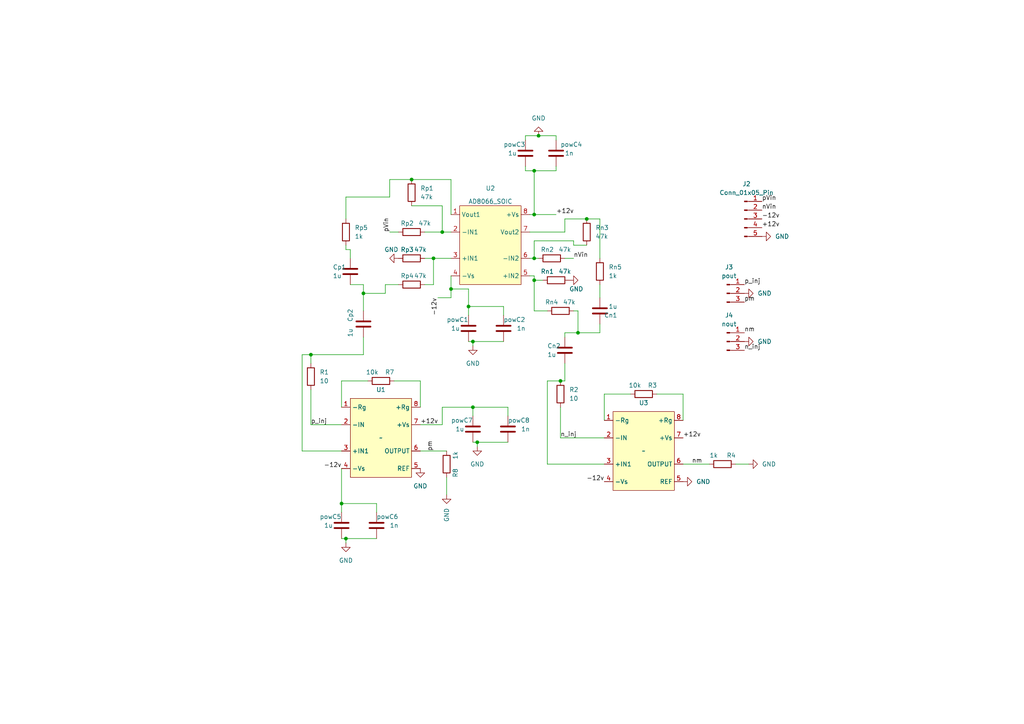
<source format=kicad_sch>
(kicad_sch (version 20230121) (generator eeschema)
  (paper "A4")
  (lib_symbols
    (symbol "AD8132:AD623"
      (property "Reference" "U" (at 0 0 0))
      (symbol "AD623_1_1"
        (rectangle (start -8.89 11.43) (end 8.89 -11.43) (fill (type background)))
        (pin bidirectional line (at -11.43 8.89 0) (length 2.54) (name "-Rg") (number "1"))
        (pin bidirectional line (at -11.43 3.81 0) (length 2.54) (name "-IN") (number "2"))
        (pin bidirectional line (at -11.43 -3.81 0) (length 2.54) (name "+IN1") (number "3"))
        (pin bidirectional line (at -11.43 -8.89 0) (length 2.54) (name "-Vs") (number "4"))
        (pin bidirectional line (at 11.43 -8.89 180) (length 2.54) (name "REF") (number "5"))
        (pin bidirectional line (at 11.43 -3.81 180) (length 2.54) (name "OUTPUT") (number "6"))
        (pin bidirectional line (at 11.43 3.81 180) (length 2.54) (name "+Vs") (number "7"))
        (pin bidirectional line (at 11.43 8.89 180) (length 2.54) (name "+Rg") (number "8"))
      )
    )
    (symbol "AD8132:AD8066_SOIC"
      (property "Reference" "U" (at 0 10.16 0))
      (property "Value" "AD8066_SOIC" (at 1.27 11.43 0))
      (symbol "AD8066_SOIC_1_1"
        (rectangle (start -8.89 8.89) (end 8.89 -13.97) (fill (type background)))
        (pin bidirectional line (at -11.43 6.35 0) (length 2.54) (name "Vout1") (number "1"))
        (pin bidirectional line (at -11.43 1.27 0) (length 2.54) (name "-IN1") (number "2"))
        (pin bidirectional line (at -11.43 -6.35 0) (length 2.54) (name "+IN1") (number "3"))
        (pin bidirectional line (at -11.43 -11.43 0) (length 2.54) (name "-Vs") (number "4"))
        (pin bidirectional line (at 11.43 -11.43 180) (length 2.54) (name "+IN2") (number "5"))
        (pin bidirectional line (at 11.43 -6.35 180) (length 2.54) (name "-IN2") (number "6"))
        (pin bidirectional line (at 11.43 1.27 180) (length 2.54) (name "Vout2") (number "7"))
        (pin bidirectional line (at 11.43 6.35 180) (length 2.54) (name "+Vs") (number "8"))
      )
    )
    (symbol "Connector:Conn_01x03_Pin" (pin_names (offset 1.016) hide)
      (property "Reference" "J" (at 0 5.08 0))
      (property "Value" "Conn_01x03_Pin" (at 0 -5.08 0))
      (symbol "Conn_01x03_Pin_1_1"
        (polyline (pts (xy 1.27 -2.54) (xy 0.8636 -2.54)) (stroke (width 0.1524)))
        (polyline (pts (xy 1.27 0) (xy 0.8636 0)) (stroke (width 0.1524)))
        (polyline (pts (xy 1.27 2.54) (xy 0.8636 2.54)) (stroke (width 0.1524)))
        (rectangle (start 0.8636 -2.413) (end 0 -2.667) (stroke (width 0.1524)) (fill (type outline)))
        (rectangle (start 0.8636 0.127) (end 0 -0.127) (stroke (width 0.1524)) (fill (type outline)))
        (rectangle (start 0.8636 2.667) (end 0 2.413) (stroke (width 0.1524)) (fill (type outline)))
        (pin passive line (at 5.08 2.54 180) (length 3.81) (name "Pin_1") (number "1"))
        (pin passive line (at 5.08 0 180) (length 3.81) (name "Pin_2") (number "2"))
        (pin passive line (at 5.08 -2.54 180) (length 3.81) (name "Pin_3") (number "3"))
      )
    )
    (symbol "Connector:Conn_01x05_Pin" (pin_names (offset 1.016) hide)
      (property "Reference" "J" (at 0 7.62 0))
      (property "Value" "Conn_01x05_Pin" (at 0 -7.62 0))
      (symbol "Conn_01x05_Pin_1_1"
        (polyline (pts (xy 1.27 -5.08) (xy 0.8636 -5.08)) (stroke (width 0.1524)))
        (polyline (pts (xy 1.27 -2.54) (xy 0.8636 -2.54)) (stroke (width 0.1524)))
        (polyline (pts (xy 1.27 0) (xy 0.8636 0)) (stroke (width 0.1524)))
        (polyline (pts (xy 1.27 2.54) (xy 0.8636 2.54)) (stroke (width 0.1524)))
        (polyline (pts (xy 1.27 5.08) (xy 0.8636 5.08)) (stroke (width 0.1524)))
        (rectangle (start 0.8636 -4.953) (end 0 -5.207) (stroke (width 0.1524)) (fill (type outline)))
        (rectangle (start 0.8636 -2.413) (end 0 -2.667) (stroke (width 0.1524)) (fill (type outline)))
        (rectangle (start 0.8636 0.127) (end 0 -0.127) (stroke (width 0.1524)) (fill (type outline)))
        (rectangle (start 0.8636 2.667) (end 0 2.413) (stroke (width 0.1524)) (fill (type outline)))
        (rectangle (start 0.8636 5.207) (end 0 4.953) (stroke (width 0.1524)) (fill (type outline)))
        (pin passive line (at 5.08 5.08 180) (length 3.81) (name "Pin_1") (number "1"))
        (pin passive line (at 5.08 2.54 180) (length 3.81) (name "Pin_2") (number "2"))
        (pin passive line (at 5.08 0 180) (length 3.81) (name "Pin_3") (number "3"))
        (pin passive line (at 5.08 -2.54 180) (length 3.81) (name "Pin_4") (number "4"))
        (pin passive line (at 5.08 -5.08 180) (length 3.81) (name "Pin_5") (number "5"))
      )
    )
    (symbol "Device:C" (pin_numbers hide) (pin_names (offset 0.254))
      (property "Reference" "C" (at 0.635 2.54 0))
      (property "Value" "C" (at 0.635 -2.54 0))
      (symbol "C_0_1"
        (polyline (pts (xy -2.032 -0.762) (xy 2.032 -0.762)) (stroke (width 0.508)))
        (polyline (pts (xy -2.032 0.762) (xy 2.032 0.762)) (stroke (width 0.508)))
      )
      (symbol "C_1_1"
        (pin passive line (at 0 3.81 270) (length 2.794) (name "~") (number "1"))
        (pin passive line (at 0 -3.81 90) (length 2.794) (name "~") (number "2"))
      )
    )
    (symbol "Device:R" (pin_numbers hide) (pin_names (offset 0))
      (property "Reference" "R" (at 2.032 0 90))
      (property "Value" "R" (at 0 0 90))
      (symbol "R_0_1"
        (rectangle (start -1.016 -2.54) (end 1.016 2.54) (stroke (width 0.254)))
      )
      (symbol "R_1_1"
        (pin passive line (at 0 3.81 270) (length 1.27) (name "~") (number "1"))
        (pin passive line (at 0 -3.81 90) (length 1.27) (name "~") (number "2"))
      )
    )
    (symbol "power:GND" (power) (pin_names (offset 0))
      (property "Value" "GND" (at 0 -3.81 0))
      (symbol "GND_0_1"
        (polyline (pts (xy 0 0) (xy 0 -1.27) (xy 1.27 -1.27) (xy 0 -2.54) (xy -1.27 -1.27) (xy 0 -1.27)))
      )
      (symbol "GND_1_1"
        (pin power_in line (at 0 0 270) (length 0) hide (name "GND") (number "1"))
      )
    )
  )
  (junction (at 170.18 63.5))
  (junction (at 90.17 102.87))
  (junction (at 138.43 128.27))
  (junction (at 100.33 156.21))
  (junction (at 154.94 74.93))
  (junction (at 154.94 81.28))
  (junction (at 156.21 39.37))
  (junction (at 154.94 62.23))
  (junction (at 167.64 96.52))
  (junction (at 137.16 118.11))
  (junction (at 128.27 67.31))
  (junction (at 99.06 146.05))
  (junction (at 119.38 52.07))
  (junction (at 137.16 99.06))
  (junction (at 130.81 83.82))
  (junction (at 154.94 49.53))
  (junction (at 105.41 85.09))
  (junction (at 162.56 110.49))
  (junction (at 135.89 88.9))
  (junction (at 125.73 74.93))
  (wire (pts (xy 152.4 39.37) (xy 152.4 40.64)))
  (wire (pts (xy 135.89 88.9) (xy 146.05 88.9)))
  (wire (pts (xy 135.89 88.9) (xy 135.89 83.82)))
  (wire (pts (xy 113.03 67.31) (xy 115.57 67.31)))
  (wire (pts (xy 128.27 123.19) (xy 128.27 118.11)))
  (wire (pts (xy 121.92 110.49) (xy 121.92 118.11)))
  (wire (pts (xy 90.17 113.03) (xy 90.17 123.19)))
  (wire (pts (xy 154.94 81.28) (xy 157.48 81.28)))
  (wire (pts (xy 135.89 99.06) (xy 137.16 99.06)))
  (wire (pts (xy 154.94 49.53) (xy 154.94 62.23)))
  (wire (pts (xy 99.06 148.59) (xy 99.06 146.05)))
  (wire (pts (xy 153.67 67.31) (xy 163.83 67.31)))
  (wire (pts (xy 156.21 39.37) (xy 152.4 39.37)))
  (wire (pts (xy 101.6 82.55) (xy 105.41 82.55)))
  (wire (pts (xy 113.03 52.07) (xy 119.38 52.07)))
  (wire (pts (xy 121.92 130.81) (xy 129.54 130.81)))
  (wire (pts (xy 170.18 63.5) (xy 173.99 63.5)))
  (wire (pts (xy 123.19 74.93) (xy 125.73 74.93)))
  (wire (pts (xy 153.67 74.93) (xy 154.94 74.93)))
  (wire (pts (xy 87.63 130.81) (xy 99.06 130.81)))
  (wire (pts (xy 135.89 83.82) (xy 130.81 83.82)))
  (wire (pts (xy 113.03 57.15) (xy 100.33 57.15)))
  (wire (pts (xy 137.16 99.06) (xy 146.05 99.06)))
  (wire (pts (xy 167.64 96.52) (xy 173.99 96.52)))
  (wire (pts (xy 99.06 110.49) (xy 106.68 110.49)))
  (wire (pts (xy 152.4 49.53) (xy 154.94 49.53)))
  (wire (pts (xy 166.37 71.12) (xy 170.18 71.12)))
  (wire (pts (xy 173.99 96.52) (xy 173.99 93.98)))
  (wire (pts (xy 99.06 118.11) (xy 99.06 110.49)))
  (wire (pts (xy 163.83 105.41) (xy 163.83 110.49)))
  (wire (pts (xy 138.43 128.27) (xy 147.32 128.27)))
  (wire (pts (xy 175.26 114.3) (xy 175.26 121.92)))
  (wire (pts (xy 137.16 99.06) (xy 137.16 100.33)))
  (wire (pts (xy 158.75 110.49) (xy 162.56 110.49)))
  (wire (pts (xy 213.36 134.62) (xy 217.17 134.62)))
  (wire (pts (xy 163.83 63.5) (xy 170.18 63.5)))
  (wire (pts (xy 167.64 90.17) (xy 167.64 96.52)))
  (wire (pts (xy 162.56 127) (xy 175.26 127)))
  (wire (pts (xy 101.6 72.39) (xy 101.6 74.93)))
  (wire (pts (xy 99.06 135.89) (xy 99.06 146.05)))
  (wire (pts (xy 113.03 57.15) (xy 113.03 52.07)))
  (wire (pts (xy 156.21 39.37) (xy 161.29 39.37)))
  (wire (pts (xy 130.81 62.23) (xy 130.81 52.07)))
  (wire (pts (xy 198.12 134.62) (xy 205.74 134.62)))
  (wire (pts (xy 190.5 114.3) (xy 198.12 114.3)))
  (wire (pts (xy 137.16 118.11) (xy 147.32 118.11)))
  (wire (pts (xy 128.27 59.69) (xy 119.38 59.69)))
  (wire (pts (xy 154.94 90.17) (xy 158.75 90.17)))
  (wire (pts (xy 137.16 120.65) (xy 137.16 118.11)))
  (wire (pts (xy 154.94 81.28) (xy 154.94 90.17)))
  (wire (pts (xy 175.26 134.62) (xy 158.75 134.62)))
  (wire (pts (xy 90.17 102.87) (xy 90.17 105.41)))
  (wire (pts (xy 121.92 123.19) (xy 128.27 123.19)))
  (wire (pts (xy 162.56 118.11) (xy 162.56 127)))
  (wire (pts (xy 153.67 62.23) (xy 154.94 62.23)))
  (wire (pts (xy 105.41 97.79) (xy 105.41 102.87)))
  (wire (pts (xy 198.12 114.3) (xy 198.12 121.92)))
  (wire (pts (xy 123.19 82.55) (xy 125.73 82.55)))
  (wire (pts (xy 161.29 40.64) (xy 161.29 39.37)))
  (wire (pts (xy 127 86.36) (xy 130.81 86.36)))
  (wire (pts (xy 123.19 67.31) (xy 128.27 67.31)))
  (wire (pts (xy 129.54 138.43) (xy 129.54 143.51)))
  (wire (pts (xy 90.17 102.87) (xy 87.63 102.87)))
  (wire (pts (xy 111.76 85.09) (xy 105.41 85.09)))
  (wire (pts (xy 114.3 110.49) (xy 121.92 110.49)))
  (wire (pts (xy 90.17 102.87) (xy 105.41 102.87)))
  (wire (pts (xy 105.41 85.09) (xy 105.41 90.17)))
  (wire (pts (xy 147.32 118.11) (xy 147.32 120.65)))
  (wire (pts (xy 154.94 62.23) (xy 161.29 62.23)))
  (wire (pts (xy 163.83 74.93) (xy 166.37 74.93)))
  (wire (pts (xy 173.99 63.5) (xy 173.99 74.93)))
  (wire (pts (xy 115.57 82.55) (xy 111.76 82.55)))
  (wire (pts (xy 163.83 110.49) (xy 162.56 110.49)))
  (wire (pts (xy 99.06 156.21) (xy 100.33 156.21)))
  (wire (pts (xy 90.17 123.19) (xy 99.06 123.19)))
  (wire (pts (xy 137.16 128.27) (xy 138.43 128.27)))
  (wire (pts (xy 173.99 82.55) (xy 173.99 86.36)))
  (wire (pts (xy 154.94 74.93) (xy 154.94 69.85)))
  (wire (pts (xy 100.33 57.15) (xy 100.33 63.5)))
  (wire (pts (xy 128.27 67.31) (xy 128.27 59.69)))
  (wire (pts (xy 105.41 82.55) (xy 105.41 85.09)))
  (wire (pts (xy 100.33 71.12) (xy 100.33 72.39)))
  (wire (pts (xy 152.4 48.26) (xy 152.4 49.53)))
  (wire (pts (xy 109.22 146.05) (xy 109.22 148.59)))
  (wire (pts (xy 166.37 69.85) (xy 166.37 71.12)))
  (wire (pts (xy 182.88 114.3) (xy 175.26 114.3)))
  (wire (pts (xy 167.64 96.52) (xy 163.83 96.52)))
  (wire (pts (xy 130.81 83.82) (xy 130.81 80.01)))
  (wire (pts (xy 154.94 80.01) (xy 154.94 81.28)))
  (wire (pts (xy 111.76 82.55) (xy 111.76 85.09)))
  (wire (pts (xy 166.37 90.17) (xy 167.64 90.17)))
  (wire (pts (xy 135.89 91.44) (xy 135.89 88.9)))
  (wire (pts (xy 87.63 102.87) (xy 87.63 130.81)))
  (wire (pts (xy 138.43 128.27) (xy 138.43 129.54)))
  (wire (pts (xy 154.94 49.53) (xy 161.29 49.53)))
  (wire (pts (xy 128.27 118.11) (xy 137.16 118.11)))
  (wire (pts (xy 163.83 96.52) (xy 163.83 97.79)))
  (wire (pts (xy 154.94 74.93) (xy 156.21 74.93)))
  (wire (pts (xy 128.27 67.31) (xy 130.81 67.31)))
  (wire (pts (xy 154.94 69.85) (xy 166.37 69.85)))
  (wire (pts (xy 163.83 67.31) (xy 163.83 63.5)))
  (wire (pts (xy 100.33 156.21) (xy 109.22 156.21)))
  (wire (pts (xy 153.67 80.01) (xy 154.94 80.01)))
  (wire (pts (xy 101.6 72.39) (xy 100.33 72.39)))
  (wire (pts (xy 130.81 86.36) (xy 130.81 83.82)))
  (wire (pts (xy 100.33 156.21) (xy 100.33 157.48)))
  (wire (pts (xy 125.73 74.93) (xy 125.73 82.55)))
  (wire (pts (xy 119.38 52.07) (xy 130.81 52.07)))
  (wire (pts (xy 161.29 48.26) (xy 161.29 49.53)))
  (wire (pts (xy 146.05 88.9) (xy 146.05 91.44)))
  (wire (pts (xy 99.06 146.05) (xy 109.22 146.05)))
  (wire (pts (xy 158.75 134.62) (xy 158.75 110.49)))
  (wire (pts (xy 125.73 74.93) (xy 130.81 74.93)))
  (label "n_inj" (at 162.56 127 0))
  (label "pm" (at 215.9 87.63 0))
  (label "+12v" (at 161.29 62.23 0))
  (label "pVin" (at 113.03 67.31 90))
  (label "-12v" (at 175.26 139.7 180))
  (label "nVin" (at 220.98 60.96 0))
  (label "p_inj" (at 215.9 82.55 0))
  (label "nm" (at 200.66 134.62 0))
  (label "nm" (at 215.9 96.52 0))
  (label "nVin" (at 166.37 74.93 0))
  (label "pm" (at 125.73 130.81 90))
  (label "-12v" (at 99.06 135.89 180))
  (label "-12v" (at 220.98 63.5 0))
  (label "+12v" (at 198.12 127 0))
  (label "p_inj" (at 90.17 123.19 0))
  (label "+12v" (at 121.92 123.19 0))
  (label "n_inj" (at 215.9 101.6 0))
  (label "-12v" (at 127 86.36 270))
  (label "+12v" (at 220.98 66.04 0))
  (label "pVin" (at 220.98 58.42 0))
  (symbol (lib_id "Device:C") (at 152.4 44.45 0) (unit 1)
    (property "Reference" "powC3" (at 146.05 41.91 0) (effects (justify left)))
    (property "Value" "1u" (at 147.32 44.45 0) (effects (justify left)))
    (property "Footprint" "Resistor_THT:R_Axial_DIN0207_L6.3mm_D2.5mm_P7.62mm_Horizontal" (effects hide))
  )
  (symbol (lib_id "power:GND") (at 121.92 135.89 0) (unit 1)
    (property "Reference" "#PWR02" (effects hide))
    (property "Value" "GND" (at 121.92 140.97 0))
  )
  (symbol (lib_id "power:GND") (at 165.1 81.28 90) (unit 1)
    (property "Reference" "#PWR07" (effects hide))
    (property "Value" "GND" (at 165.1 83.82 90) (effects (justify right)))
  )
  (symbol (lib_id "Device:R") (at 173.99 78.74 180) (unit 1)
    (property "Reference" "Rn5" (at 176.53 77.47 0) (effects (justify right)))
    (property "Value" "1k" (at 176.53 80.01 0) (effects (justify right)))
    (property "Footprint" "Resistor_THT:R_Axial_DIN0207_L6.3mm_D2.5mm_P10.16mm_Horizontal" (effects hide))
  )
  (symbol (lib_id "power:GND") (at 156.21 39.37 180) (unit 1)
    (property "Reference" "#PWR05" (effects hide))
    (property "Value" "GND" (at 156.21 34.29 0))
  )
  (symbol (lib_id "Device:R") (at 119.38 55.88 180) (unit 1)
    (property "Reference" "Rp1" (at 121.92 54.61 0) (effects (justify right)))
    (property "Value" "47k" (at 121.92 57.15 0) (effects (justify right)))
    (property "Footprint" "Resistor_THT:R_Axial_DIN0207_L6.3mm_D2.5mm_P10.16mm_Horizontal" (effects hide))
  )
  (symbol (lib_id "Device:R") (at 90.17 109.22 180) (unit 1)
    (property "Reference" "R1" (at 92.71 107.95 0) (effects (justify right)))
    (property "Value" "10" (at 92.71 110.49 0) (effects (justify right)))
    (property "Footprint" "Resistor_THT:R_Axial_DIN0207_L6.3mm_D2.5mm_P10.16mm_Horizontal" (effects hide))
  )
  (symbol (lib_id "Device:C") (at 109.22 152.4 0) (unit 1)
    (property "Reference" "powC6" (at 109.22 149.86 0) (effects (justify left)))
    (property "Value" "1n" (at 113.03 152.4 0) (effects (justify left)))
    (property "Footprint" "Resistor_THT:R_Axial_DIN0207_L6.3mm_D2.5mm_P7.62mm_Horizontal" (effects hide))
  )
  (symbol (lib_id "Device:R") (at 170.18 67.31 0) (unit 1)
    (property "Reference" "Rn3" (at 172.72 66.04 0) (effects (justify left)))
    (property "Value" "47k" (at 172.72 68.58 0) (effects (justify left)))
    (property "Footprint" "Resistor_THT:R_Axial_DIN0207_L6.3mm_D2.5mm_P10.16mm_Horizontal" (effects hide))
  )
  (symbol (lib_id "power:GND") (at 215.9 99.06 90) (unit 1)
    (property "Reference" "#PWR09" (effects hide))
    (property "Value" "GND" (at 219.71 99.06 90) (effects (justify right)))
  )
  (symbol (lib_id "Device:C") (at 99.06 152.4 0) (unit 1)
    (property "Reference" "powC5" (at 92.71 149.86 0) (effects (justify left)))
    (property "Value" "1u" (at 93.98 152.4 0) (effects (justify left)))
    (property "Footprint" "Resistor_THT:R_Axial_DIN0207_L6.3mm_D2.5mm_P7.62mm_Horizontal" (effects hide))
  )
  (symbol (lib_id "power:GND") (at 137.16 100.33 0) (unit 1)
    (property "Reference" "#PWR03" (effects hide))
    (property "Value" "GND" (at 137.16 105.41 0))
  )
  (symbol (lib_id "AD8132:AD623") (at 110.49 127 0) (unit 1)
    (property "Reference" "U1" (at 110.49 113.03 0))
    (property "Value" "~" (at 110.49 127 0))
    (property "Footprint" "Package_DIP:DIP-8_W7.62mm" (effects hide))
  )
  (symbol (lib_id "Device:R") (at 129.54 134.62 180) (unit 1)
    (property "Reference" "R8" (at 132.08 137.16 90))
    (property "Value" "1k" (at 132.08 132.08 90))
    (property "Footprint" "Resistor_THT:R_Axial_DIN0207_L6.3mm_D2.5mm_P10.16mm_Horizontal" (effects hide))
  )
  (symbol (lib_id "Connector:Conn_01x05_Pin") (at 215.9 63.5 0) (unit 1)
    (property "Reference" "J2" (at 216.535 53.34 0))
    (property "Value" "Conn_01x05_Pin" (at 216.535 55.88 0))
    (property "Footprint" "Connector_PinHeader_2.54mm:PinHeader_1x05_P2.54mm_Vertical" (effects hide))
  )
  (symbol (lib_id "Device:R") (at 119.38 74.93 90) (unit 1)
    (property "Reference" "Rp3" (at 118.11 72.39 90))
    (property "Value" "47k" (at 121.92 72.39 90))
    (property "Footprint" "Resistor_THT:R_Axial_DIN0207_L6.3mm_D2.5mm_P10.16mm_Horizontal" (effects hide))
  )
  (symbol (lib_id "power:GND") (at 129.54 143.51 0) (unit 1)
    (property "Reference" "#PWR04" (effects hide))
    (property "Value" "GND" (at 129.54 147.32 90) (effects (justify right)))
  )
  (symbol (lib_id "Device:R") (at 161.29 81.28 270) (unit 1)
    (property "Reference" "Rn1" (at 158.75 78.74 90))
    (property "Value" "47k" (at 163.83 78.74 90))
    (property "Footprint" "Resistor_THT:R_Axial_DIN0207_L6.3mm_D2.5mm_P10.16mm_Horizontal" (effects hide))
  )
  (symbol (lib_id "Device:C") (at 137.16 124.46 0) (unit 1)
    (property "Reference" "powC7" (at 130.81 121.92 0) (effects (justify left)))
    (property "Value" "1u" (at 132.08 124.46 0) (effects (justify left)))
    (property "Footprint" "Resistor_THT:R_Axial_DIN0207_L6.3mm_D2.5mm_P7.62mm_Horizontal" (effects hide))
  )
  (symbol (lib_id "power:GND") (at 220.98 68.58 90) (unit 1)
    (property "Reference" "#PWR014" (effects hide))
    (property "Value" "GND" (at 224.79 68.58 90) (effects (justify right)))
  )
  (symbol (lib_id "Device:C") (at 147.32 124.46 0) (unit 1)
    (property "Reference" "powC8" (at 147.32 121.92 0) (effects (justify left)))
    (property "Value" "1n" (at 151.13 124.46 0) (effects (justify left)))
    (property "Footprint" "Resistor_THT:R_Axial_DIN0207_L6.3mm_D2.5mm_P7.62mm_Horizontal" (effects hide))
  )
  (symbol (lib_id "AD8132:AD8066_SOIC") (at 142.24 68.58 0) (unit 1)
    (property "Reference" "U2" (at 142.24 54.61 0))
    (property "Value" "AD8066_SOIC" (at 142.24 58.42 0))
    (property "Footprint" "Package_DIP:DIP-8_W7.62mm" (effects hide))
  )
  (symbol (lib_id "Device:R") (at 100.33 67.31 180) (unit 1)
    (property "Reference" "Rp5" (at 102.87 66.04 0) (effects (justify right)))
    (property "Value" "1k" (at 102.87 68.58 0) (effects (justify right)))
    (property "Footprint" "Resistor_THT:R_Axial_DIN0207_L6.3mm_D2.5mm_P10.16mm_Horizontal" (effects hide))
  )
  (symbol (lib_id "power:GND") (at 198.12 139.7 90) (unit 1)
    (property "Reference" "#PWR08" (effects hide))
    (property "Value" "GND" (at 201.93 139.7 90) (effects (justify right)))
  )
  (symbol (lib_id "Device:R") (at 119.38 67.31 90) (unit 1)
    (property "Reference" "Rp2" (at 118.11 64.77 90))
    (property "Value" "47k" (at 123.19 64.77 90))
    (property "Footprint" "Resistor_THT:R_Axial_DIN0207_L6.3mm_D2.5mm_P10.16mm_Horizontal" (effects hide))
  )
  (symbol (lib_id "Device:R") (at 162.56 90.17 270) (unit 1)
    (property "Reference" "Rn4" (at 160.02 87.63 90))
    (property "Value" "47k" (at 165.1 87.63 90))
    (property "Footprint" "Resistor_THT:R_Axial_DIN0207_L6.3mm_D2.5mm_P10.16mm_Horizontal" (effects hide))
  )
  (symbol (lib_id "Device:R") (at 119.38 82.55 90) (unit 1)
    (property "Reference" "Rp4" (at 118.11 80.01 90))
    (property "Value" "47k" (at 121.92 80.01 90))
    (property "Footprint" "Resistor_THT:R_Axial_DIN0207_L6.3mm_D2.5mm_P10.16mm_Horizontal" (effects hide))
  )
  (symbol (lib_id "Device:R") (at 110.49 110.49 270) (unit 1)
    (property "Reference" "R7" (at 113.03 107.95 90))
    (property "Value" "10k" (at 107.95 107.95 90))
    (property "Footprint" "Resistor_THT:R_Axial_DIN0207_L6.3mm_D2.5mm_P10.16mm_Horizontal" (effects hide))
  )
  (symbol (lib_id "power:GND") (at 217.17 134.62 90) (unit 1)
    (property "Reference" "#PWR010" (effects hide))
    (property "Value" "GND" (at 220.98 134.62 90) (effects (justify right)))
  )
  (symbol (lib_id "Device:C") (at 105.41 93.98 0) (unit 1)
    (property "Reference" "Cp2" (at 101.6 91.44 90))
    (property "Value" "1u" (at 101.6 96.52 90))
    (property "Footprint" "Resistor_THT:R_Axial_DIN0207_L6.3mm_D2.5mm_P7.62mm_Horizontal" (effects hide))
  )
  (symbol (lib_id "Connector:Conn_01x03_Pin") (at 210.82 85.09 0) (unit 1)
    (property "Reference" "J3" (at 211.455 77.47 0))
    (property "Value" "pout" (at 211.455 80.01 0))
    (property "Footprint" "Connector_PinHeader_2.54mm:PinHeader_1x03_P2.54mm_Vertical" (effects hide))
  )
  (symbol (lib_id "Device:R") (at 186.69 114.3 270) (unit 1)
    (property "Reference" "R3" (at 189.23 111.76 90))
    (property "Value" "10k" (at 184.15 111.76 90))
    (property "Footprint" "Resistor_THT:R_Axial_DIN0207_L6.3mm_D2.5mm_P10.16mm_Horizontal" (effects hide))
  )
  (symbol (lib_id "Device:R") (at 209.55 134.62 270) (unit 1)
    (property "Reference" "R4" (at 212.09 132.08 90))
    (property "Value" "1k" (at 207.01 132.08 90))
    (property "Footprint" "Resistor_THT:R_Axial_DIN0207_L6.3mm_D2.5mm_P10.16mm_Horizontal" (effects hide))
  )
  (symbol (lib_id "Connector:Conn_01x03_Pin") (at 210.82 99.06 0) (unit 1)
    (property "Reference" "J4" (at 211.455 91.44 0))
    (property "Value" "nout" (at 211.455 93.98 0))
    (property "Footprint" "Connector_PinHeader_2.54mm:PinHeader_1x03_P2.54mm_Vertical" (effects hide))
  )
  (symbol (lib_id "Device:C") (at 146.05 95.25 0) (unit 1)
    (property "Reference" "powC2" (at 146.05 92.71 0) (effects (justify left)))
    (property "Value" "1n" (at 149.86 95.25 0) (effects (justify left)))
    (property "Footprint" "Resistor_THT:R_Axial_DIN0207_L6.3mm_D2.5mm_P7.62mm_Horizontal" (effects hide))
  )
  (symbol (lib_id "Device:C") (at 173.99 90.17 180) (unit 1)
    (property "Reference" "Cn1" (at 179.07 91.44 0) (effects (justify left)))
    (property "Value" "1u" (at 179.07 88.9 0) (effects (justify left)))
    (property "Footprint" "Resistor_THT:R_Axial_DIN0207_L6.3mm_D2.5mm_P7.62mm_Horizontal" (effects hide))
  )
  (symbol (lib_id "Device:C") (at 135.89 95.25 0) (unit 1)
    (property "Reference" "powC1" (at 129.54 92.71 0) (effects (justify left)))
    (property "Value" "1u" (at 130.81 95.25 0) (effects (justify left)))
    (property "Footprint" "Resistor_THT:R_Axial_DIN0207_L6.3mm_D2.5mm_P7.62mm_Horizontal" (effects hide))
  )
  (symbol (lib_id "power:GND") (at 215.9 85.09 90) (unit 1)
    (property "Reference" "#PWR06" (effects hide))
    (property "Value" "GND" (at 219.71 85.09 90) (effects (justify right)))
  )
  (symbol (lib_id "Device:C") (at 161.29 44.45 0) (unit 1)
    (property "Reference" "powC4" (at 162.56 41.91 0) (effects (justify left)))
    (property "Value" "1n" (at 163.83 44.45 0) (effects (justify left)))
    (property "Footprint" "Resistor_THT:R_Axial_DIN0207_L6.3mm_D2.5mm_P7.62mm_Horizontal" (effects hide))
  )
  (symbol (lib_id "Device:R") (at 160.02 74.93 270) (unit 1)
    (property "Reference" "Rn2" (at 158.75 72.39 90))
    (property "Value" "47k" (at 163.83 72.39 90))
    (property "Footprint" "Resistor_THT:R_Axial_DIN0207_L6.3mm_D2.5mm_P10.16mm_Horizontal" (effects hide))
  )
  (symbol (lib_id "Device:R") (at 162.56 114.3 180) (unit 1)
    (property "Reference" "R2" (at 165.1 113.03 0) (effects (justify right)))
    (property "Value" "10" (at 165.1 115.57 0) (effects (justify right)))
    (property "Footprint" "Resistor_THT:R_Axial_DIN0207_L6.3mm_D2.5mm_P10.16mm_Horizontal" (effects hide))
  )
  (symbol (lib_id "power:GND") (at 100.33 157.48 0) (unit 1)
    (property "Reference" "#PWR011" (effects hide))
    (property "Value" "GND" (at 100.33 162.56 0))
  )
  (symbol (lib_id "Device:C") (at 101.6 78.74 0) (unit 1)
    (property "Reference" "Cp1" (at 96.52 77.47 0) (effects (justify left)))
    (property "Value" "1u" (at 96.52 80.01 0) (effects (justify left)))
    (property "Footprint" "Resistor_THT:R_Axial_DIN0207_L6.3mm_D2.5mm_P7.62mm_Horizontal" (effects hide))
  )
  (symbol (lib_id "power:GND") (at 115.57 74.93 270) (unit 1)
    (property "Reference" "#PWR01" (effects hide))
    (property "Value" "GND" (at 115.57 72.39 90) (effects (justify right)))
  )
  (symbol (lib_id "AD8132:AD623") (at 186.69 130.81 0) (unit 1)
    (property "Reference" "U3" (at 186.69 116.84 0))
    (property "Value" "~" (at 186.69 130.81 0))
    (property "Footprint" "Package_DIP:DIP-8_W7.62mm" (effects hide))
  )
  (symbol (lib_id "power:GND") (at 138.43 129.54 0) (unit 1)
    (property "Reference" "#PWR012" (effects hide))
    (property "Value" "GND" (at 138.43 134.62 0))
  )
  (symbol (lib_id "Device:C") (at 163.83 101.6 0) (unit 1)
    (property "Reference" "Cn2" (at 158.75 100.33 0) (effects (justify left)))
    (property "Value" "1u" (at 158.75 102.87 0) (effects (justify left)))
    (property "Footprint" "Resistor_THT:R_Axial_DIN0207_L6.3mm_D2.5mm_P7.62mm_Horizontal" (effects hide))
  )
)
</source>
